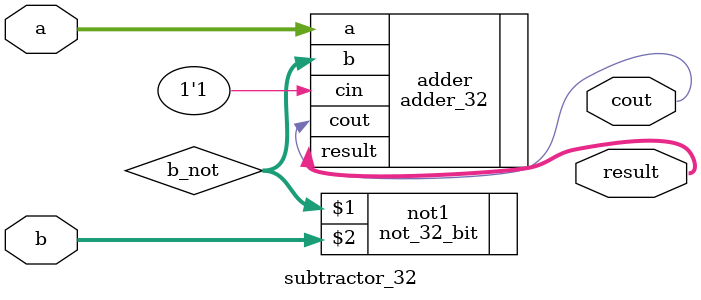
<source format=v>
module subtractor_32(input[31:0] a, b, output cout, output[31:0] result);
	wire [31:0] b_not;
	not_32_bit not1(b_not, b);
	adder_32 adder(
		.a(a), 
		.b(b_not), 
		.cin({1'b1}),
		.cout(cout),
		.result(result)
	);

endmodule


</source>
